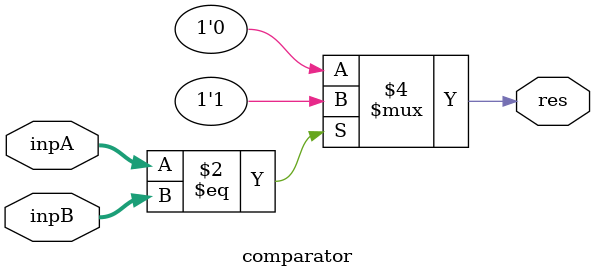
<source format=v>
`timescale 1ns / 1ps


module comparator(
input [31:0] inpA,
input [31:0] inpB,
output reg res
);

always@(*)
begin
  if (inpA == inpB)
   res = 1'b1;
  else
   res = 1'b0;
end
endmodule

</source>
